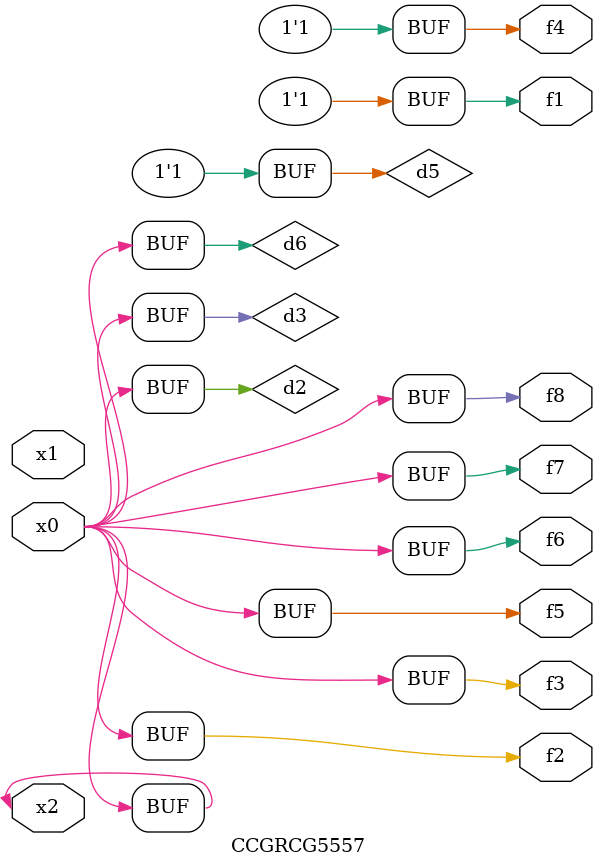
<source format=v>
module CCGRCG5557(
	input x0, x1, x2,
	output f1, f2, f3, f4, f5, f6, f7, f8
);

	wire d1, d2, d3, d4, d5, d6;

	xnor (d1, x2);
	buf (d2, x0, x2);
	and (d3, x0);
	xnor (d4, x1, x2);
	nand (d5, d1, d3);
	buf (d6, d2, d3);
	assign f1 = d5;
	assign f2 = d6;
	assign f3 = d6;
	assign f4 = d5;
	assign f5 = d6;
	assign f6 = d6;
	assign f7 = d6;
	assign f8 = d6;
endmodule

</source>
